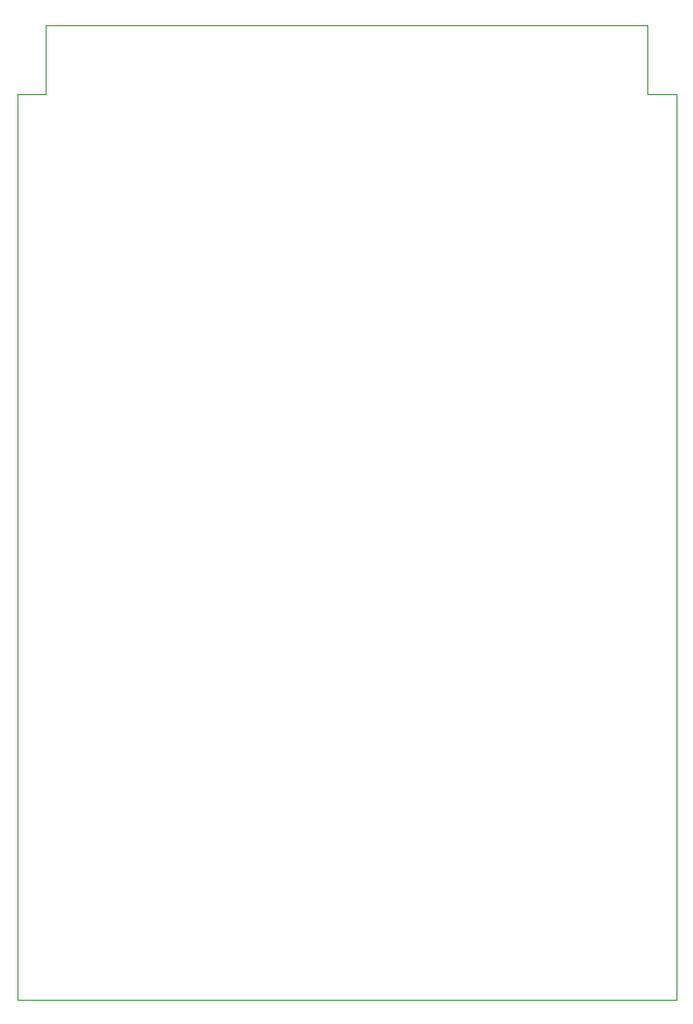
<source format=gbr>
%TF.GenerationSoftware,KiCad,Pcbnew,(6.0.2)*%
%TF.CreationDate,2022-05-20T20:38:17-05:00*%
%TF.ProjectId,REF1326_Optimized,52454631-3332-4365-9f4f-7074696d697a,rev?*%
%TF.SameCoordinates,Original*%
%TF.FileFunction,Profile,NP*%
%FSLAX46Y46*%
G04 Gerber Fmt 4.6, Leading zero omitted, Abs format (unit mm)*
G04 Created by KiCad (PCBNEW (6.0.2)) date 2022-05-20 20:38:17*
%MOMM*%
%LPD*%
G01*
G04 APERTURE LIST*
%TA.AperFunction,Profile*%
%ADD10C,0.002000*%
%TD*%
%TA.AperFunction,Profile*%
%ADD11C,0.100000*%
%TD*%
G04 APERTURE END LIST*
D10*
X118211600Y-52676200D02*
X170713400Y-52676200D01*
D11*
X115711300Y-58699400D02*
X118211600Y-58699400D01*
X170713400Y-58699400D02*
X173211300Y-58699400D01*
D10*
X173211300Y-58699400D02*
X173211300Y-137676200D01*
X173211300Y-137676200D02*
X115711300Y-137676200D01*
D11*
X170713400Y-52676200D02*
X170713400Y-58699400D01*
D10*
X115724100Y-137664800D02*
X115724100Y-58688000D01*
D11*
X118211600Y-58699400D02*
X118211600Y-52676200D01*
M02*

</source>
